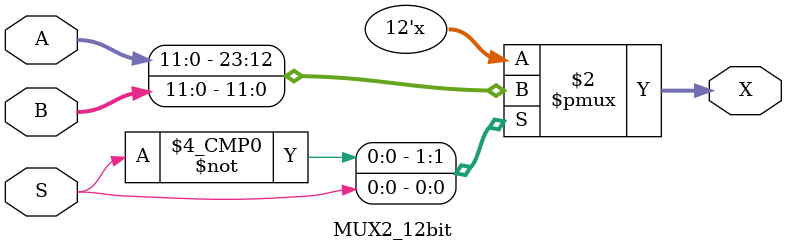
<source format=v>
module MUX2_12bit(
  input [11:0] A, B,
  input S,
  output reg [11:0] X
);

  always @(A or B or S)
  begin
    case (S)
      1'b0: X = A;
      1'b1: X = B;
    endcase
  end

endmodule

</source>
